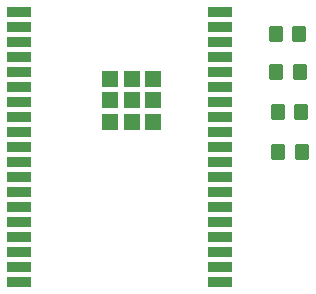
<source format=gbr>
%TF.GenerationSoftware,KiCad,Pcbnew,7.0.9*%
%TF.CreationDate,2023-11-15T13:05:46-05:00*%
%TF.ProjectId,SB2_ACOND_CONN,5342325f-4143-44f4-9e44-5f434f4e4e2e,rev?*%
%TF.SameCoordinates,Original*%
%TF.FileFunction,Paste,Bot*%
%TF.FilePolarity,Positive*%
%FSLAX46Y46*%
G04 Gerber Fmt 4.6, Leading zero omitted, Abs format (unit mm)*
G04 Created by KiCad (PCBNEW 7.0.9) date 2023-11-15 13:05:46*
%MOMM*%
%LPD*%
G01*
G04 APERTURE LIST*
G04 Aperture macros list*
%AMRoundRect*
0 Rectangle with rounded corners*
0 $1 Rounding radius*
0 $2 $3 $4 $5 $6 $7 $8 $9 X,Y pos of 4 corners*
0 Add a 4 corners polygon primitive as box body*
4,1,4,$2,$3,$4,$5,$6,$7,$8,$9,$2,$3,0*
0 Add four circle primitives for the rounded corners*
1,1,$1+$1,$2,$3*
1,1,$1+$1,$4,$5*
1,1,$1+$1,$6,$7*
1,1,$1+$1,$8,$9*
0 Add four rect primitives between the rounded corners*
20,1,$1+$1,$2,$3,$4,$5,0*
20,1,$1+$1,$4,$5,$6,$7,0*
20,1,$1+$1,$6,$7,$8,$9,0*
20,1,$1+$1,$8,$9,$2,$3,0*%
G04 Aperture macros list end*
%ADD10RoundRect,0.250000X0.350000X0.450000X-0.350000X0.450000X-0.350000X-0.450000X0.350000X-0.450000X0*%
%ADD11R,2.000000X0.900000*%
%ADD12R,1.330000X1.330000*%
G04 APERTURE END LIST*
D10*
%TO.C,R8*%
X83058000Y-42519600D03*
X81058000Y-42519600D03*
%TD*%
%TO.C,R7*%
X82956400Y-39166800D03*
X80956400Y-39166800D03*
%TD*%
D11*
%TO.C,IC1*%
X76200000Y-34036000D03*
X76200000Y-35306000D03*
X76200000Y-36576000D03*
X76200000Y-37846000D03*
X76200000Y-39116000D03*
X76200000Y-40386000D03*
X76200000Y-41656000D03*
X76200000Y-42926000D03*
X76200000Y-44196000D03*
X76200000Y-45466000D03*
X76200000Y-46736000D03*
X76200000Y-48006000D03*
X76200000Y-49276000D03*
X76200000Y-50546000D03*
X76200000Y-51816000D03*
X76200000Y-53086000D03*
X76200000Y-54356000D03*
X76200000Y-55626000D03*
X76200000Y-56896000D03*
X59200000Y-56896000D03*
X59200000Y-55626000D03*
X59200000Y-54356000D03*
X59200000Y-53086000D03*
X59200000Y-51816000D03*
X59200000Y-50546000D03*
X59200000Y-49276000D03*
X59200000Y-48006000D03*
X59200000Y-46736000D03*
X59200000Y-45466000D03*
X59200000Y-44196000D03*
X59200000Y-42926000D03*
X59200000Y-41656000D03*
X59200000Y-40386000D03*
X59200000Y-39116000D03*
X59200000Y-37846000D03*
X59200000Y-36576000D03*
X59200000Y-35306000D03*
X59200000Y-34036000D03*
D12*
X70535000Y-39701000D03*
X70535000Y-41536000D03*
X70535000Y-43371000D03*
X68700000Y-43371000D03*
X66865000Y-43371000D03*
X66865000Y-41536000D03*
X66865000Y-39701000D03*
X68700000Y-39701000D03*
X68700000Y-41536000D03*
%TD*%
D10*
%TO.C,R9*%
X83108800Y-45923200D03*
X81108800Y-45923200D03*
%TD*%
%TO.C,R6*%
X82905600Y-35915600D03*
X80905600Y-35915600D03*
%TD*%
M02*

</source>
